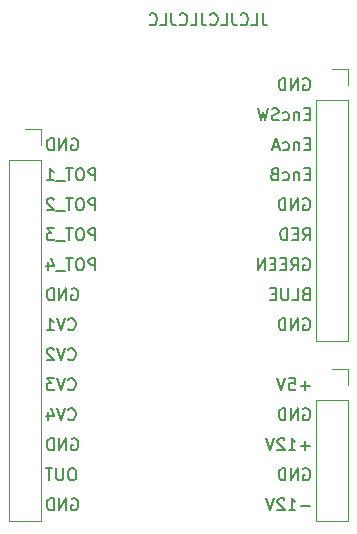
<source format=gbr>
%TF.GenerationSoftware,KiCad,Pcbnew,(6.0.9)*%
%TF.CreationDate,2023-01-29T17:21:33+01:00*%
%TF.ProjectId,witns_processing_board,7769746e-735f-4707-926f-63657373696e,rev?*%
%TF.SameCoordinates,Original*%
%TF.FileFunction,Legend,Bot*%
%TF.FilePolarity,Positive*%
%FSLAX46Y46*%
G04 Gerber Fmt 4.6, Leading zero omitted, Abs format (unit mm)*
G04 Created by KiCad (PCBNEW (6.0.9)) date 2023-01-29 17:21:33*
%MOMM*%
%LPD*%
G01*
G04 APERTURE LIST*
%ADD10C,0.150000*%
%ADD11C,0.120000*%
G04 APERTURE END LIST*
D10*
X42953214Y-113152380D02*
X42953214Y-112152380D01*
X42572261Y-112152380D01*
X42477023Y-112200000D01*
X42429404Y-112247619D01*
X42381785Y-112342857D01*
X42381785Y-112485714D01*
X42429404Y-112580952D01*
X42477023Y-112628571D01*
X42572261Y-112676190D01*
X42953214Y-112676190D01*
X41762738Y-112152380D02*
X41572261Y-112152380D01*
X41477023Y-112200000D01*
X41381785Y-112295238D01*
X41334166Y-112485714D01*
X41334166Y-112819047D01*
X41381785Y-113009523D01*
X41477023Y-113104761D01*
X41572261Y-113152380D01*
X41762738Y-113152380D01*
X41857976Y-113104761D01*
X41953214Y-113009523D01*
X42000833Y-112819047D01*
X42000833Y-112485714D01*
X41953214Y-112295238D01*
X41857976Y-112200000D01*
X41762738Y-112152380D01*
X41048452Y-112152380D02*
X40477023Y-112152380D01*
X40762738Y-113152380D02*
X40762738Y-112152380D01*
X40381785Y-113247619D02*
X39619880Y-113247619D01*
X39477023Y-112152380D02*
X38857976Y-112152380D01*
X39191309Y-112533333D01*
X39048452Y-112533333D01*
X38953214Y-112580952D01*
X38905595Y-112628571D01*
X38857976Y-112723809D01*
X38857976Y-112961904D01*
X38905595Y-113057142D01*
X38953214Y-113104761D01*
X39048452Y-113152380D01*
X39334166Y-113152380D01*
X39429404Y-113104761D01*
X39477023Y-113057142D01*
X60570595Y-99500000D02*
X60665833Y-99452380D01*
X60808690Y-99452380D01*
X60951547Y-99500000D01*
X61046785Y-99595238D01*
X61094404Y-99690476D01*
X61142023Y-99880952D01*
X61142023Y-100023809D01*
X61094404Y-100214285D01*
X61046785Y-100309523D01*
X60951547Y-100404761D01*
X60808690Y-100452380D01*
X60713452Y-100452380D01*
X60570595Y-100404761D01*
X60522976Y-100357142D01*
X60522976Y-100023809D01*
X60713452Y-100023809D01*
X60094404Y-100452380D02*
X60094404Y-99452380D01*
X59522976Y-100452380D01*
X59522976Y-99452380D01*
X59046785Y-100452380D02*
X59046785Y-99452380D01*
X58808690Y-99452380D01*
X58665833Y-99500000D01*
X58570595Y-99595238D01*
X58522976Y-99690476D01*
X58475357Y-99880952D01*
X58475357Y-100023809D01*
X58522976Y-100214285D01*
X58570595Y-100309523D01*
X58665833Y-100404761D01*
X58808690Y-100452380D01*
X59046785Y-100452380D01*
X61094404Y-102468571D02*
X60761071Y-102468571D01*
X60618214Y-102992380D02*
X61094404Y-102992380D01*
X61094404Y-101992380D01*
X60618214Y-101992380D01*
X60189642Y-102325714D02*
X60189642Y-102992380D01*
X60189642Y-102420952D02*
X60142023Y-102373333D01*
X60046785Y-102325714D01*
X59903928Y-102325714D01*
X59808690Y-102373333D01*
X59761071Y-102468571D01*
X59761071Y-102992380D01*
X58856309Y-102944761D02*
X58951547Y-102992380D01*
X59142023Y-102992380D01*
X59237261Y-102944761D01*
X59284880Y-102897142D01*
X59332500Y-102801904D01*
X59332500Y-102516190D01*
X59284880Y-102420952D01*
X59237261Y-102373333D01*
X59142023Y-102325714D01*
X58951547Y-102325714D01*
X58856309Y-102373333D01*
X58475357Y-102944761D02*
X58332500Y-102992380D01*
X58094404Y-102992380D01*
X57999166Y-102944761D01*
X57951547Y-102897142D01*
X57903928Y-102801904D01*
X57903928Y-102706666D01*
X57951547Y-102611428D01*
X57999166Y-102563809D01*
X58094404Y-102516190D01*
X58284880Y-102468571D01*
X58380119Y-102420952D01*
X58427738Y-102373333D01*
X58475357Y-102278095D01*
X58475357Y-102182857D01*
X58427738Y-102087619D01*
X58380119Y-102040000D01*
X58284880Y-101992380D01*
X58046785Y-101992380D01*
X57903928Y-102040000D01*
X57570595Y-101992380D02*
X57332500Y-102992380D01*
X57142023Y-102278095D01*
X56951547Y-102992380D01*
X56713452Y-101992380D01*
X60570595Y-114740000D02*
X60665833Y-114692380D01*
X60808690Y-114692380D01*
X60951547Y-114740000D01*
X61046785Y-114835238D01*
X61094404Y-114930476D01*
X61142023Y-115120952D01*
X61142023Y-115263809D01*
X61094404Y-115454285D01*
X61046785Y-115549523D01*
X60951547Y-115644761D01*
X60808690Y-115692380D01*
X60713452Y-115692380D01*
X60570595Y-115644761D01*
X60522976Y-115597142D01*
X60522976Y-115263809D01*
X60713452Y-115263809D01*
X59522976Y-115692380D02*
X59856309Y-115216190D01*
X60094404Y-115692380D02*
X60094404Y-114692380D01*
X59713452Y-114692380D01*
X59618214Y-114740000D01*
X59570595Y-114787619D01*
X59522976Y-114882857D01*
X59522976Y-115025714D01*
X59570595Y-115120952D01*
X59618214Y-115168571D01*
X59713452Y-115216190D01*
X60094404Y-115216190D01*
X59094404Y-115168571D02*
X58761071Y-115168571D01*
X58618214Y-115692380D02*
X59094404Y-115692380D01*
X59094404Y-114692380D01*
X58618214Y-114692380D01*
X58189642Y-115168571D02*
X57856309Y-115168571D01*
X57713452Y-115692380D02*
X58189642Y-115692380D01*
X58189642Y-114692380D01*
X57713452Y-114692380D01*
X57284880Y-115692380D02*
X57284880Y-114692380D01*
X56713452Y-115692380D01*
X56713452Y-114692380D01*
X61094404Y-130551428D02*
X60332500Y-130551428D01*
X60713452Y-130932380D02*
X60713452Y-130170476D01*
X59332500Y-130932380D02*
X59903928Y-130932380D01*
X59618214Y-130932380D02*
X59618214Y-129932380D01*
X59713452Y-130075238D01*
X59808690Y-130170476D01*
X59903928Y-130218095D01*
X58951547Y-130027619D02*
X58903928Y-129980000D01*
X58808690Y-129932380D01*
X58570595Y-129932380D01*
X58475357Y-129980000D01*
X58427738Y-130027619D01*
X58380119Y-130122857D01*
X58380119Y-130218095D01*
X58427738Y-130360952D01*
X58999166Y-130932380D01*
X58380119Y-130932380D01*
X58094404Y-129932380D02*
X57761071Y-130932380D01*
X57427738Y-129932380D01*
X40667500Y-120677142D02*
X40715119Y-120724761D01*
X40857976Y-120772380D01*
X40953214Y-120772380D01*
X41096071Y-120724761D01*
X41191309Y-120629523D01*
X41238928Y-120534285D01*
X41286547Y-120343809D01*
X41286547Y-120200952D01*
X41238928Y-120010476D01*
X41191309Y-119915238D01*
X41096071Y-119820000D01*
X40953214Y-119772380D01*
X40857976Y-119772380D01*
X40715119Y-119820000D01*
X40667500Y-119867619D01*
X40381785Y-119772380D02*
X40048452Y-120772380D01*
X39715119Y-119772380D01*
X38857976Y-120772380D02*
X39429404Y-120772380D01*
X39143690Y-120772380D02*
X39143690Y-119772380D01*
X39238928Y-119915238D01*
X39334166Y-120010476D01*
X39429404Y-120058095D01*
X40953214Y-129980000D02*
X41048452Y-129932380D01*
X41191309Y-129932380D01*
X41334166Y-129980000D01*
X41429404Y-130075238D01*
X41477023Y-130170476D01*
X41524642Y-130360952D01*
X41524642Y-130503809D01*
X41477023Y-130694285D01*
X41429404Y-130789523D01*
X41334166Y-130884761D01*
X41191309Y-130932380D01*
X41096071Y-130932380D01*
X40953214Y-130884761D01*
X40905595Y-130837142D01*
X40905595Y-130503809D01*
X41096071Y-130503809D01*
X40477023Y-130932380D02*
X40477023Y-129932380D01*
X39905595Y-130932380D01*
X39905595Y-129932380D01*
X39429404Y-130932380D02*
X39429404Y-129932380D01*
X39191309Y-129932380D01*
X39048452Y-129980000D01*
X38953214Y-130075238D01*
X38905595Y-130170476D01*
X38857976Y-130360952D01*
X38857976Y-130503809D01*
X38905595Y-130694285D01*
X38953214Y-130789523D01*
X39048452Y-130884761D01*
X39191309Y-130932380D01*
X39429404Y-130932380D01*
X40953214Y-104580000D02*
X41048452Y-104532380D01*
X41191309Y-104532380D01*
X41334166Y-104580000D01*
X41429404Y-104675238D01*
X41477023Y-104770476D01*
X41524642Y-104960952D01*
X41524642Y-105103809D01*
X41477023Y-105294285D01*
X41429404Y-105389523D01*
X41334166Y-105484761D01*
X41191309Y-105532380D01*
X41096071Y-105532380D01*
X40953214Y-105484761D01*
X40905595Y-105437142D01*
X40905595Y-105103809D01*
X41096071Y-105103809D01*
X40477023Y-105532380D02*
X40477023Y-104532380D01*
X39905595Y-105532380D01*
X39905595Y-104532380D01*
X39429404Y-105532380D02*
X39429404Y-104532380D01*
X39191309Y-104532380D01*
X39048452Y-104580000D01*
X38953214Y-104675238D01*
X38905595Y-104770476D01*
X38857976Y-104960952D01*
X38857976Y-105103809D01*
X38905595Y-105294285D01*
X38953214Y-105389523D01*
X39048452Y-105484761D01*
X39191309Y-105532380D01*
X39429404Y-105532380D01*
X61094404Y-125471428D02*
X60332500Y-125471428D01*
X60713452Y-125852380D02*
X60713452Y-125090476D01*
X59380119Y-124852380D02*
X59856309Y-124852380D01*
X59903928Y-125328571D01*
X59856309Y-125280952D01*
X59761071Y-125233333D01*
X59522976Y-125233333D01*
X59427738Y-125280952D01*
X59380119Y-125328571D01*
X59332500Y-125423809D01*
X59332500Y-125661904D01*
X59380119Y-125757142D01*
X59427738Y-125804761D01*
X59522976Y-125852380D01*
X59761071Y-125852380D01*
X59856309Y-125804761D01*
X59903928Y-125757142D01*
X59046785Y-124852380D02*
X58713452Y-125852380D01*
X58380119Y-124852380D01*
X60761071Y-117708571D02*
X60618214Y-117756190D01*
X60570595Y-117803809D01*
X60522976Y-117899047D01*
X60522976Y-118041904D01*
X60570595Y-118137142D01*
X60618214Y-118184761D01*
X60713452Y-118232380D01*
X61094404Y-118232380D01*
X61094404Y-117232380D01*
X60761071Y-117232380D01*
X60665833Y-117280000D01*
X60618214Y-117327619D01*
X60570595Y-117422857D01*
X60570595Y-117518095D01*
X60618214Y-117613333D01*
X60665833Y-117660952D01*
X60761071Y-117708571D01*
X61094404Y-117708571D01*
X59618214Y-118232380D02*
X60094404Y-118232380D01*
X60094404Y-117232380D01*
X59284880Y-117232380D02*
X59284880Y-118041904D01*
X59237261Y-118137142D01*
X59189642Y-118184761D01*
X59094404Y-118232380D01*
X58903928Y-118232380D01*
X58808690Y-118184761D01*
X58761071Y-118137142D01*
X58713452Y-118041904D01*
X58713452Y-117232380D01*
X58237261Y-117708571D02*
X57903928Y-117708571D01*
X57761071Y-118232380D02*
X58237261Y-118232380D01*
X58237261Y-117232380D01*
X57761071Y-117232380D01*
X40953214Y-135060000D02*
X41048452Y-135012380D01*
X41191309Y-135012380D01*
X41334166Y-135060000D01*
X41429404Y-135155238D01*
X41477023Y-135250476D01*
X41524642Y-135440952D01*
X41524642Y-135583809D01*
X41477023Y-135774285D01*
X41429404Y-135869523D01*
X41334166Y-135964761D01*
X41191309Y-136012380D01*
X41096071Y-136012380D01*
X40953214Y-135964761D01*
X40905595Y-135917142D01*
X40905595Y-135583809D01*
X41096071Y-135583809D01*
X40477023Y-136012380D02*
X40477023Y-135012380D01*
X39905595Y-136012380D01*
X39905595Y-135012380D01*
X39429404Y-136012380D02*
X39429404Y-135012380D01*
X39191309Y-135012380D01*
X39048452Y-135060000D01*
X38953214Y-135155238D01*
X38905595Y-135250476D01*
X38857976Y-135440952D01*
X38857976Y-135583809D01*
X38905595Y-135774285D01*
X38953214Y-135869523D01*
X39048452Y-135964761D01*
X39191309Y-136012380D01*
X39429404Y-136012380D01*
X60522976Y-113152380D02*
X60856309Y-112676190D01*
X61094404Y-113152380D02*
X61094404Y-112152380D01*
X60713452Y-112152380D01*
X60618214Y-112200000D01*
X60570595Y-112247619D01*
X60522976Y-112342857D01*
X60522976Y-112485714D01*
X60570595Y-112580952D01*
X60618214Y-112628571D01*
X60713452Y-112676190D01*
X61094404Y-112676190D01*
X60094404Y-112628571D02*
X59761071Y-112628571D01*
X59618214Y-113152380D02*
X60094404Y-113152380D01*
X60094404Y-112152380D01*
X59618214Y-112152380D01*
X59189642Y-113152380D02*
X59189642Y-112152380D01*
X58951547Y-112152380D01*
X58808690Y-112200000D01*
X58713452Y-112295238D01*
X58665833Y-112390476D01*
X58618214Y-112580952D01*
X58618214Y-112723809D01*
X58665833Y-112914285D01*
X58713452Y-113009523D01*
X58808690Y-113104761D01*
X58951547Y-113152380D01*
X59189642Y-113152380D01*
X60570595Y-109660000D02*
X60665833Y-109612380D01*
X60808690Y-109612380D01*
X60951547Y-109660000D01*
X61046785Y-109755238D01*
X61094404Y-109850476D01*
X61142023Y-110040952D01*
X61142023Y-110183809D01*
X61094404Y-110374285D01*
X61046785Y-110469523D01*
X60951547Y-110564761D01*
X60808690Y-110612380D01*
X60713452Y-110612380D01*
X60570595Y-110564761D01*
X60522976Y-110517142D01*
X60522976Y-110183809D01*
X60713452Y-110183809D01*
X60094404Y-110612380D02*
X60094404Y-109612380D01*
X59522976Y-110612380D01*
X59522976Y-109612380D01*
X59046785Y-110612380D02*
X59046785Y-109612380D01*
X58808690Y-109612380D01*
X58665833Y-109660000D01*
X58570595Y-109755238D01*
X58522976Y-109850476D01*
X58475357Y-110040952D01*
X58475357Y-110183809D01*
X58522976Y-110374285D01*
X58570595Y-110469523D01*
X58665833Y-110564761D01*
X58808690Y-110612380D01*
X59046785Y-110612380D01*
X60570595Y-119820000D02*
X60665833Y-119772380D01*
X60808690Y-119772380D01*
X60951547Y-119820000D01*
X61046785Y-119915238D01*
X61094404Y-120010476D01*
X61142023Y-120200952D01*
X61142023Y-120343809D01*
X61094404Y-120534285D01*
X61046785Y-120629523D01*
X60951547Y-120724761D01*
X60808690Y-120772380D01*
X60713452Y-120772380D01*
X60570595Y-120724761D01*
X60522976Y-120677142D01*
X60522976Y-120343809D01*
X60713452Y-120343809D01*
X60094404Y-120772380D02*
X60094404Y-119772380D01*
X59522976Y-120772380D01*
X59522976Y-119772380D01*
X59046785Y-120772380D02*
X59046785Y-119772380D01*
X58808690Y-119772380D01*
X58665833Y-119820000D01*
X58570595Y-119915238D01*
X58522976Y-120010476D01*
X58475357Y-120200952D01*
X58475357Y-120343809D01*
X58522976Y-120534285D01*
X58570595Y-120629523D01*
X58665833Y-120724761D01*
X58808690Y-120772380D01*
X59046785Y-120772380D01*
X57119047Y-93952380D02*
X57119047Y-94666666D01*
X57166666Y-94809523D01*
X57261904Y-94904761D01*
X57404761Y-94952380D01*
X57500000Y-94952380D01*
X56166666Y-94952380D02*
X56642857Y-94952380D01*
X56642857Y-93952380D01*
X55261904Y-94857142D02*
X55309523Y-94904761D01*
X55452380Y-94952380D01*
X55547619Y-94952380D01*
X55690476Y-94904761D01*
X55785714Y-94809523D01*
X55833333Y-94714285D01*
X55880952Y-94523809D01*
X55880952Y-94380952D01*
X55833333Y-94190476D01*
X55785714Y-94095238D01*
X55690476Y-94000000D01*
X55547619Y-93952380D01*
X55452380Y-93952380D01*
X55309523Y-94000000D01*
X55261904Y-94047619D01*
X54547619Y-93952380D02*
X54547619Y-94666666D01*
X54595238Y-94809523D01*
X54690476Y-94904761D01*
X54833333Y-94952380D01*
X54928571Y-94952380D01*
X53595238Y-94952380D02*
X54071428Y-94952380D01*
X54071428Y-93952380D01*
X52690476Y-94857142D02*
X52738095Y-94904761D01*
X52880952Y-94952380D01*
X52976190Y-94952380D01*
X53119047Y-94904761D01*
X53214285Y-94809523D01*
X53261904Y-94714285D01*
X53309523Y-94523809D01*
X53309523Y-94380952D01*
X53261904Y-94190476D01*
X53214285Y-94095238D01*
X53119047Y-94000000D01*
X52976190Y-93952380D01*
X52880952Y-93952380D01*
X52738095Y-94000000D01*
X52690476Y-94047619D01*
X51976190Y-93952380D02*
X51976190Y-94666666D01*
X52023809Y-94809523D01*
X52119047Y-94904761D01*
X52261904Y-94952380D01*
X52357142Y-94952380D01*
X51023809Y-94952380D02*
X51500000Y-94952380D01*
X51500000Y-93952380D01*
X50119047Y-94857142D02*
X50166666Y-94904761D01*
X50309523Y-94952380D01*
X50404761Y-94952380D01*
X50547619Y-94904761D01*
X50642857Y-94809523D01*
X50690476Y-94714285D01*
X50738095Y-94523809D01*
X50738095Y-94380952D01*
X50690476Y-94190476D01*
X50642857Y-94095238D01*
X50547619Y-94000000D01*
X50404761Y-93952380D01*
X50309523Y-93952380D01*
X50166666Y-94000000D01*
X50119047Y-94047619D01*
X49404761Y-93952380D02*
X49404761Y-94666666D01*
X49452380Y-94809523D01*
X49547619Y-94904761D01*
X49690476Y-94952380D01*
X49785714Y-94952380D01*
X48452380Y-94952380D02*
X48928571Y-94952380D01*
X48928571Y-93952380D01*
X47547619Y-94857142D02*
X47595238Y-94904761D01*
X47738095Y-94952380D01*
X47833333Y-94952380D01*
X47976190Y-94904761D01*
X48071428Y-94809523D01*
X48119047Y-94714285D01*
X48166666Y-94523809D01*
X48166666Y-94380952D01*
X48119047Y-94190476D01*
X48071428Y-94095238D01*
X47976190Y-94000000D01*
X47833333Y-93952380D01*
X47738095Y-93952380D01*
X47595238Y-94000000D01*
X47547619Y-94047619D01*
X61094404Y-107548571D02*
X60761071Y-107548571D01*
X60618214Y-108072380D02*
X61094404Y-108072380D01*
X61094404Y-107072380D01*
X60618214Y-107072380D01*
X60189642Y-107405714D02*
X60189642Y-108072380D01*
X60189642Y-107500952D02*
X60142023Y-107453333D01*
X60046785Y-107405714D01*
X59903928Y-107405714D01*
X59808690Y-107453333D01*
X59761071Y-107548571D01*
X59761071Y-108072380D01*
X58856309Y-108024761D02*
X58951547Y-108072380D01*
X59142023Y-108072380D01*
X59237261Y-108024761D01*
X59284880Y-107977142D01*
X59332500Y-107881904D01*
X59332500Y-107596190D01*
X59284880Y-107500952D01*
X59237261Y-107453333D01*
X59142023Y-107405714D01*
X58951547Y-107405714D01*
X58856309Y-107453333D01*
X58094404Y-107548571D02*
X57951547Y-107596190D01*
X57903928Y-107643809D01*
X57856309Y-107739047D01*
X57856309Y-107881904D01*
X57903928Y-107977142D01*
X57951547Y-108024761D01*
X58046785Y-108072380D01*
X58427738Y-108072380D01*
X58427738Y-107072380D01*
X58094404Y-107072380D01*
X57999166Y-107120000D01*
X57951547Y-107167619D01*
X57903928Y-107262857D01*
X57903928Y-107358095D01*
X57951547Y-107453333D01*
X57999166Y-107500952D01*
X58094404Y-107548571D01*
X58427738Y-107548571D01*
X42953214Y-110612380D02*
X42953214Y-109612380D01*
X42572261Y-109612380D01*
X42477023Y-109660000D01*
X42429404Y-109707619D01*
X42381785Y-109802857D01*
X42381785Y-109945714D01*
X42429404Y-110040952D01*
X42477023Y-110088571D01*
X42572261Y-110136190D01*
X42953214Y-110136190D01*
X41762738Y-109612380D02*
X41572261Y-109612380D01*
X41477023Y-109660000D01*
X41381785Y-109755238D01*
X41334166Y-109945714D01*
X41334166Y-110279047D01*
X41381785Y-110469523D01*
X41477023Y-110564761D01*
X41572261Y-110612380D01*
X41762738Y-110612380D01*
X41857976Y-110564761D01*
X41953214Y-110469523D01*
X42000833Y-110279047D01*
X42000833Y-109945714D01*
X41953214Y-109755238D01*
X41857976Y-109660000D01*
X41762738Y-109612380D01*
X41048452Y-109612380D02*
X40477023Y-109612380D01*
X40762738Y-110612380D02*
X40762738Y-109612380D01*
X40381785Y-110707619D02*
X39619880Y-110707619D01*
X39429404Y-109707619D02*
X39381785Y-109660000D01*
X39286547Y-109612380D01*
X39048452Y-109612380D01*
X38953214Y-109660000D01*
X38905595Y-109707619D01*
X38857976Y-109802857D01*
X38857976Y-109898095D01*
X38905595Y-110040952D01*
X39477023Y-110612380D01*
X38857976Y-110612380D01*
X40667500Y-123217142D02*
X40715119Y-123264761D01*
X40857976Y-123312380D01*
X40953214Y-123312380D01*
X41096071Y-123264761D01*
X41191309Y-123169523D01*
X41238928Y-123074285D01*
X41286547Y-122883809D01*
X41286547Y-122740952D01*
X41238928Y-122550476D01*
X41191309Y-122455238D01*
X41096071Y-122360000D01*
X40953214Y-122312380D01*
X40857976Y-122312380D01*
X40715119Y-122360000D01*
X40667500Y-122407619D01*
X40381785Y-122312380D02*
X40048452Y-123312380D01*
X39715119Y-122312380D01*
X39429404Y-122407619D02*
X39381785Y-122360000D01*
X39286547Y-122312380D01*
X39048452Y-122312380D01*
X38953214Y-122360000D01*
X38905595Y-122407619D01*
X38857976Y-122502857D01*
X38857976Y-122598095D01*
X38905595Y-122740952D01*
X39477023Y-123312380D01*
X38857976Y-123312380D01*
X42953214Y-115692380D02*
X42953214Y-114692380D01*
X42572261Y-114692380D01*
X42477023Y-114740000D01*
X42429404Y-114787619D01*
X42381785Y-114882857D01*
X42381785Y-115025714D01*
X42429404Y-115120952D01*
X42477023Y-115168571D01*
X42572261Y-115216190D01*
X42953214Y-115216190D01*
X41762738Y-114692380D02*
X41572261Y-114692380D01*
X41477023Y-114740000D01*
X41381785Y-114835238D01*
X41334166Y-115025714D01*
X41334166Y-115359047D01*
X41381785Y-115549523D01*
X41477023Y-115644761D01*
X41572261Y-115692380D01*
X41762738Y-115692380D01*
X41857976Y-115644761D01*
X41953214Y-115549523D01*
X42000833Y-115359047D01*
X42000833Y-115025714D01*
X41953214Y-114835238D01*
X41857976Y-114740000D01*
X41762738Y-114692380D01*
X41048452Y-114692380D02*
X40477023Y-114692380D01*
X40762738Y-115692380D02*
X40762738Y-114692380D01*
X40381785Y-115787619D02*
X39619880Y-115787619D01*
X38953214Y-115025714D02*
X38953214Y-115692380D01*
X39191309Y-114644761D02*
X39429404Y-115359047D01*
X38810357Y-115359047D01*
X40953214Y-117280000D02*
X41048452Y-117232380D01*
X41191309Y-117232380D01*
X41334166Y-117280000D01*
X41429404Y-117375238D01*
X41477023Y-117470476D01*
X41524642Y-117660952D01*
X41524642Y-117803809D01*
X41477023Y-117994285D01*
X41429404Y-118089523D01*
X41334166Y-118184761D01*
X41191309Y-118232380D01*
X41096071Y-118232380D01*
X40953214Y-118184761D01*
X40905595Y-118137142D01*
X40905595Y-117803809D01*
X41096071Y-117803809D01*
X40477023Y-118232380D02*
X40477023Y-117232380D01*
X39905595Y-118232380D01*
X39905595Y-117232380D01*
X39429404Y-118232380D02*
X39429404Y-117232380D01*
X39191309Y-117232380D01*
X39048452Y-117280000D01*
X38953214Y-117375238D01*
X38905595Y-117470476D01*
X38857976Y-117660952D01*
X38857976Y-117803809D01*
X38905595Y-117994285D01*
X38953214Y-118089523D01*
X39048452Y-118184761D01*
X39191309Y-118232380D01*
X39429404Y-118232380D01*
X60570595Y-127440000D02*
X60665833Y-127392380D01*
X60808690Y-127392380D01*
X60951547Y-127440000D01*
X61046785Y-127535238D01*
X61094404Y-127630476D01*
X61142023Y-127820952D01*
X61142023Y-127963809D01*
X61094404Y-128154285D01*
X61046785Y-128249523D01*
X60951547Y-128344761D01*
X60808690Y-128392380D01*
X60713452Y-128392380D01*
X60570595Y-128344761D01*
X60522976Y-128297142D01*
X60522976Y-127963809D01*
X60713452Y-127963809D01*
X60094404Y-128392380D02*
X60094404Y-127392380D01*
X59522976Y-128392380D01*
X59522976Y-127392380D01*
X59046785Y-128392380D02*
X59046785Y-127392380D01*
X58808690Y-127392380D01*
X58665833Y-127440000D01*
X58570595Y-127535238D01*
X58522976Y-127630476D01*
X58475357Y-127820952D01*
X58475357Y-127963809D01*
X58522976Y-128154285D01*
X58570595Y-128249523D01*
X58665833Y-128344761D01*
X58808690Y-128392380D01*
X59046785Y-128392380D01*
X40667500Y-125757142D02*
X40715119Y-125804761D01*
X40857976Y-125852380D01*
X40953214Y-125852380D01*
X41096071Y-125804761D01*
X41191309Y-125709523D01*
X41238928Y-125614285D01*
X41286547Y-125423809D01*
X41286547Y-125280952D01*
X41238928Y-125090476D01*
X41191309Y-124995238D01*
X41096071Y-124900000D01*
X40953214Y-124852380D01*
X40857976Y-124852380D01*
X40715119Y-124900000D01*
X40667500Y-124947619D01*
X40381785Y-124852380D02*
X40048452Y-125852380D01*
X39715119Y-124852380D01*
X39477023Y-124852380D02*
X38857976Y-124852380D01*
X39191309Y-125233333D01*
X39048452Y-125233333D01*
X38953214Y-125280952D01*
X38905595Y-125328571D01*
X38857976Y-125423809D01*
X38857976Y-125661904D01*
X38905595Y-125757142D01*
X38953214Y-125804761D01*
X39048452Y-125852380D01*
X39334166Y-125852380D01*
X39429404Y-125804761D01*
X39477023Y-125757142D01*
X61094404Y-135631428D02*
X60332500Y-135631428D01*
X59332500Y-136012380D02*
X59903928Y-136012380D01*
X59618214Y-136012380D02*
X59618214Y-135012380D01*
X59713452Y-135155238D01*
X59808690Y-135250476D01*
X59903928Y-135298095D01*
X58951547Y-135107619D02*
X58903928Y-135060000D01*
X58808690Y-135012380D01*
X58570595Y-135012380D01*
X58475357Y-135060000D01*
X58427738Y-135107619D01*
X58380119Y-135202857D01*
X58380119Y-135298095D01*
X58427738Y-135440952D01*
X58999166Y-136012380D01*
X58380119Y-136012380D01*
X58094404Y-135012380D02*
X57761071Y-136012380D01*
X57427738Y-135012380D01*
X41096071Y-132472380D02*
X40905595Y-132472380D01*
X40810357Y-132520000D01*
X40715119Y-132615238D01*
X40667500Y-132805714D01*
X40667500Y-133139047D01*
X40715119Y-133329523D01*
X40810357Y-133424761D01*
X40905595Y-133472380D01*
X41096071Y-133472380D01*
X41191309Y-133424761D01*
X41286547Y-133329523D01*
X41334166Y-133139047D01*
X41334166Y-132805714D01*
X41286547Y-132615238D01*
X41191309Y-132520000D01*
X41096071Y-132472380D01*
X40238928Y-132472380D02*
X40238928Y-133281904D01*
X40191309Y-133377142D01*
X40143690Y-133424761D01*
X40048452Y-133472380D01*
X39857976Y-133472380D01*
X39762738Y-133424761D01*
X39715119Y-133377142D01*
X39667500Y-133281904D01*
X39667500Y-132472380D01*
X39334166Y-132472380D02*
X38762738Y-132472380D01*
X39048452Y-133472380D02*
X39048452Y-132472380D01*
X60570595Y-132520000D02*
X60665833Y-132472380D01*
X60808690Y-132472380D01*
X60951547Y-132520000D01*
X61046785Y-132615238D01*
X61094404Y-132710476D01*
X61142023Y-132900952D01*
X61142023Y-133043809D01*
X61094404Y-133234285D01*
X61046785Y-133329523D01*
X60951547Y-133424761D01*
X60808690Y-133472380D01*
X60713452Y-133472380D01*
X60570595Y-133424761D01*
X60522976Y-133377142D01*
X60522976Y-133043809D01*
X60713452Y-133043809D01*
X60094404Y-133472380D02*
X60094404Y-132472380D01*
X59522976Y-133472380D01*
X59522976Y-132472380D01*
X59046785Y-133472380D02*
X59046785Y-132472380D01*
X58808690Y-132472380D01*
X58665833Y-132520000D01*
X58570595Y-132615238D01*
X58522976Y-132710476D01*
X58475357Y-132900952D01*
X58475357Y-133043809D01*
X58522976Y-133234285D01*
X58570595Y-133329523D01*
X58665833Y-133424761D01*
X58808690Y-133472380D01*
X59046785Y-133472380D01*
X42953214Y-108072380D02*
X42953214Y-107072380D01*
X42572261Y-107072380D01*
X42477023Y-107120000D01*
X42429404Y-107167619D01*
X42381785Y-107262857D01*
X42381785Y-107405714D01*
X42429404Y-107500952D01*
X42477023Y-107548571D01*
X42572261Y-107596190D01*
X42953214Y-107596190D01*
X41762738Y-107072380D02*
X41572261Y-107072380D01*
X41477023Y-107120000D01*
X41381785Y-107215238D01*
X41334166Y-107405714D01*
X41334166Y-107739047D01*
X41381785Y-107929523D01*
X41477023Y-108024761D01*
X41572261Y-108072380D01*
X41762738Y-108072380D01*
X41857976Y-108024761D01*
X41953214Y-107929523D01*
X42000833Y-107739047D01*
X42000833Y-107405714D01*
X41953214Y-107215238D01*
X41857976Y-107120000D01*
X41762738Y-107072380D01*
X41048452Y-107072380D02*
X40477023Y-107072380D01*
X40762738Y-108072380D02*
X40762738Y-107072380D01*
X40381785Y-108167619D02*
X39619880Y-108167619D01*
X38857976Y-108072380D02*
X39429404Y-108072380D01*
X39143690Y-108072380D02*
X39143690Y-107072380D01*
X39238928Y-107215238D01*
X39334166Y-107310476D01*
X39429404Y-107358095D01*
X61094404Y-105008571D02*
X60761071Y-105008571D01*
X60618214Y-105532380D02*
X61094404Y-105532380D01*
X61094404Y-104532380D01*
X60618214Y-104532380D01*
X60189642Y-104865714D02*
X60189642Y-105532380D01*
X60189642Y-104960952D02*
X60142023Y-104913333D01*
X60046785Y-104865714D01*
X59903928Y-104865714D01*
X59808690Y-104913333D01*
X59761071Y-105008571D01*
X59761071Y-105532380D01*
X58856309Y-105484761D02*
X58951547Y-105532380D01*
X59142023Y-105532380D01*
X59237261Y-105484761D01*
X59284880Y-105437142D01*
X59332500Y-105341904D01*
X59332500Y-105056190D01*
X59284880Y-104960952D01*
X59237261Y-104913333D01*
X59142023Y-104865714D01*
X58951547Y-104865714D01*
X58856309Y-104913333D01*
X58475357Y-105246666D02*
X57999166Y-105246666D01*
X58570595Y-105532380D02*
X58237261Y-104532380D01*
X57903928Y-105532380D01*
X40667500Y-128297142D02*
X40715119Y-128344761D01*
X40857976Y-128392380D01*
X40953214Y-128392380D01*
X41096071Y-128344761D01*
X41191309Y-128249523D01*
X41238928Y-128154285D01*
X41286547Y-127963809D01*
X41286547Y-127820952D01*
X41238928Y-127630476D01*
X41191309Y-127535238D01*
X41096071Y-127440000D01*
X40953214Y-127392380D01*
X40857976Y-127392380D01*
X40715119Y-127440000D01*
X40667500Y-127487619D01*
X40381785Y-127392380D02*
X40048452Y-128392380D01*
X39715119Y-127392380D01*
X38953214Y-127725714D02*
X38953214Y-128392380D01*
X39191309Y-127344761D02*
X39429404Y-128059047D01*
X38810357Y-128059047D01*
D11*
%TO.C,J103*%
X64330000Y-98670000D02*
X63000000Y-98670000D01*
X64330000Y-121650000D02*
X61670000Y-121650000D01*
X64330000Y-101270000D02*
X61670000Y-101270000D01*
X64330000Y-100000000D02*
X64330000Y-98670000D01*
X61670000Y-101270000D02*
X61670000Y-121650000D01*
X64330000Y-101270000D02*
X64330000Y-121650000D01*
%TO.C,J102*%
X64330000Y-126670000D02*
X61670000Y-126670000D01*
X64330000Y-126670000D02*
X64330000Y-136890000D01*
X64330000Y-125400000D02*
X64330000Y-124070000D01*
X61670000Y-126670000D02*
X61670000Y-136890000D01*
X64330000Y-124070000D02*
X63000000Y-124070000D01*
X64330000Y-136890000D02*
X61670000Y-136890000D01*
%TO.C,J101*%
X38330000Y-106350000D02*
X38330000Y-136890000D01*
X38330000Y-103750000D02*
X37000000Y-103750000D01*
X38330000Y-105080000D02*
X38330000Y-103750000D01*
X38330000Y-136890000D02*
X35670000Y-136890000D01*
X35670000Y-106350000D02*
X35670000Y-136890000D01*
X38330000Y-106350000D02*
X35670000Y-106350000D01*
%TD*%
M02*

</source>
